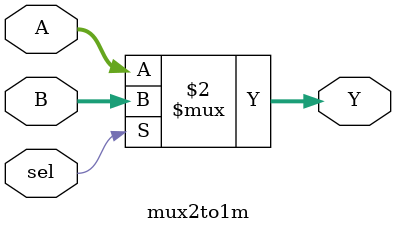
<source format=sv>
`timescale 1ns / 1ps

parameter DWIDTH = 32;

module mux2to1m( 
    input logic [DWIDTH -1: 0] A,
    input logic [DWIDTH -1: 0] B,
    input logic sel,
    output logic [DWIDTH -1: 0] Y
    );

    assign Y = (sel == 1'b0)? A : B;

endmodule

</source>
